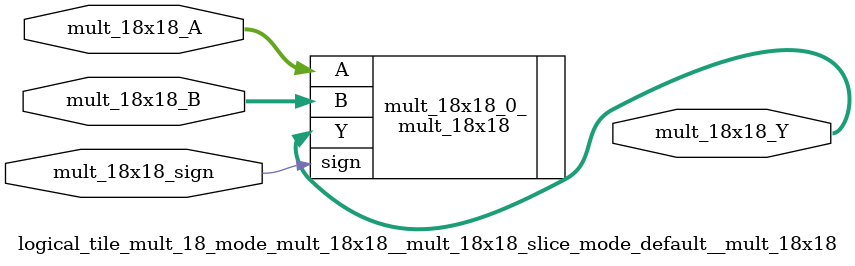
<source format=v>
`default_nettype wire

module logical_tile_mult_18_mode_mult_18x18__mult_18x18_slice_mode_default__mult_18x18(mult_18x18_sign,
                                                                                       mult_18x18_A,
                                                                                       mult_18x18_B,
                                                                                       mult_18x18_Y);
//----- INPUT PORTS -----
input [0:0] mult_18x18_sign;
//----- INPUT PORTS -----
input [0:18] mult_18x18_A;
//----- INPUT PORTS -----
input [0:18] mult_18x18_B;
//----- OUTPUT PORTS -----
output [0:37] mult_18x18_Y;

//----- BEGIN wire-connection ports -----
wire [0:0] mult_18x18_sign;
wire [0:18] mult_18x18_A;
wire [0:18] mult_18x18_B;
wire [0:37] mult_18x18_Y;
//----- END wire-connection ports -----


//----- BEGIN Registered ports -----
//----- END Registered ports -----



// ----- BEGIN Local short connections -----
// ----- END Local short connections -----
// ----- BEGIN Local output short connections -----
// ----- END Local output short connections -----

	mult_18x18 mult_18x18_0_ (
		.sign(mult_18x18_sign),
		.A(mult_18x18_A[0:18]),
		.B(mult_18x18_B[0:18]),
		.Y(mult_18x18_Y[0:37]));

endmodule
// ----- END Verilog module for logical_tile_mult_18_mode_mult_18x18__mult_18x18_slice_mode_default__mult_18x18 -----

//----- Default net type -----
`default_nettype wire




</source>
